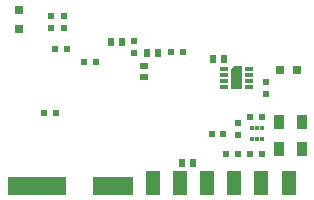
<source format=gtp>
G04*
G04 #@! TF.GenerationSoftware,Altium Limited,Altium Designer,19.1.6 (110)*
G04*
G04 Layer_Color=8421504*
%FSAX25Y25*%
%MOIN*%
G70*
G01*
G75*
%ADD15R,0.13780X0.05906*%
%ADD16R,0.01181X0.01575*%
%ADD17R,0.01968X0.02362*%
%ADD18R,0.02362X0.01968*%
%ADD19R,0.19685X0.05906*%
%ADD20R,0.04724X0.07874*%
%ADD21R,0.02756X0.01181*%
%ADD22R,0.01968X0.01968*%
%ADD23R,0.03150X0.03150*%
%ADD24R,0.02362X0.02520*%
%ADD25R,0.03150X0.03150*%
%ADD26R,0.02520X0.02362*%
%ADD27R,0.03543X0.05118*%
G36*
X0187532Y0159665D02*
X0187824Y0159664D01*
X0187822Y0151988D01*
X0187527Y0151988D01*
X0184083Y0151988D01*
X0184083Y0158680D01*
X0185066Y0159666D01*
X0187532Y0159665D01*
D02*
G37*
D15*
X0144634Y0119606D02*
D03*
D16*
X0194339Y0135433D02*
D03*
X0192764D02*
D03*
X0191189D02*
D03*
X0194339Y0138976D02*
D03*
X0192764D02*
D03*
X0191189D02*
D03*
D17*
X0190402Y0142874D02*
D03*
X0194339D02*
D03*
X0177567Y0136929D02*
D03*
X0181504D02*
D03*
X0190441Y0130354D02*
D03*
X0194378D02*
D03*
X0182331Y0130276D02*
D03*
X0186268D02*
D03*
X0121622Y0144134D02*
D03*
X0125559D02*
D03*
X0138906Y0160984D02*
D03*
X0134968D02*
D03*
X0129260Y0165512D02*
D03*
X0125323D02*
D03*
X0167961Y0164252D02*
D03*
X0164024D02*
D03*
D18*
X0186228Y0140827D02*
D03*
Y0136890D02*
D03*
X0128236Y0172323D02*
D03*
Y0176260D02*
D03*
X0123945Y0172323D02*
D03*
Y0176260D02*
D03*
X0195795Y0154291D02*
D03*
Y0150354D02*
D03*
X0151701Y0164134D02*
D03*
Y0168071D02*
D03*
D19*
X0119398Y0119646D02*
D03*
D20*
X0158000Y0120630D02*
D03*
X0167055D02*
D03*
X0176110D02*
D03*
X0185165D02*
D03*
X0194220D02*
D03*
X0203276D02*
D03*
D21*
X0181819Y0158780D02*
D03*
Y0156811D02*
D03*
Y0154842D02*
D03*
Y0152874D02*
D03*
X0190087D02*
D03*
Y0154842D02*
D03*
Y0156811D02*
D03*
Y0158780D02*
D03*
D22*
X0185953Y0155827D02*
D03*
D23*
X0113512Y0178504D02*
D03*
Y0172205D02*
D03*
D24*
X0181819Y0162165D02*
D03*
X0178039D02*
D03*
X0143945Y0167598D02*
D03*
X0147724D02*
D03*
X0167606Y0127284D02*
D03*
X0171386D02*
D03*
X0159890Y0164134D02*
D03*
X0156110D02*
D03*
D25*
X0200244Y0158307D02*
D03*
X0206150D02*
D03*
D26*
X0155008Y0159764D02*
D03*
Y0155984D02*
D03*
D27*
X0207606Y0140905D02*
D03*
X0200126D02*
D03*
X0207606Y0132205D02*
D03*
X0200126D02*
D03*
M02*

</source>
